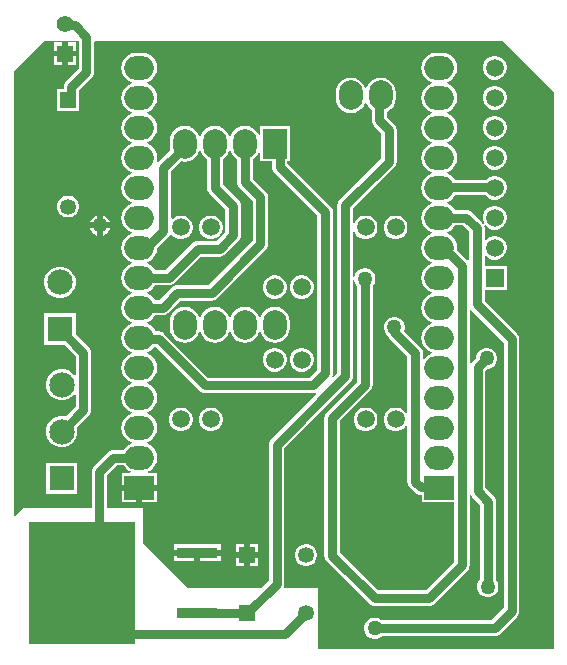
<source format=gbr>
G04*
G04 #@! TF.GenerationSoftware,Altium Limited,Altium Designer,25.4.2 (15)*
G04*
G04 Layer_Physical_Order=1*
G04 Layer_Color=255*
%FSLAX44Y44*%
%MOMM*%
G71*
G04*
G04 #@! TF.SameCoordinates,0D125D48-EFC7-4563-9314-FCFFD8E44349*
G04*
G04*
G04 #@! TF.FilePolarity,Positive*
G04*
G01*
G75*
%ADD14R,9.0000X10.3500*%
%ADD15R,3.5000X0.9500*%
%ADD32C,0.8000*%
%ADD33C,1.5000*%
%ADD34C,1.3500*%
%ADD35R,1.3500X1.3500*%
%ADD36O,2.0000X2.5000*%
%ADD37R,2.0000X2.5000*%
%ADD38R,1.5000X1.5000*%
%ADD39O,2.5000X2.0000*%
%ADD40R,2.5000X2.0000*%
%ADD41C,2.1500*%
%ADD42R,2.1500X2.1500*%
%ADD43C,1.4000*%
%ADD44R,1.4000X1.4000*%
%ADD45R,1.3500X1.3500*%
%ADD46C,1.2700*%
G36*
X159496Y419176D02*
X161507Y416556D01*
X163854Y414755D01*
Y390800D01*
X164079Y389092D01*
X164737Y387502D01*
X165786Y386135D01*
X179404Y372518D01*
Y353232D01*
X171768Y345596D01*
X156000D01*
X154293Y345372D01*
X152702Y344713D01*
X151336Y343664D01*
X128768Y321096D01*
X119745D01*
X117944Y323444D01*
X115324Y325454D01*
X112767Y326513D01*
Y327887D01*
X115324Y328946D01*
X117944Y330956D01*
X119954Y333576D01*
X121217Y336626D01*
X121648Y339900D01*
X121640Y339964D01*
X131414Y349738D01*
X132272Y350856D01*
X133651Y351007D01*
X133716Y350895D01*
X135585Y349026D01*
X137875Y347704D01*
X140428Y347020D01*
X143072D01*
X145625Y347704D01*
X147915Y349026D01*
X149784Y350895D01*
X151106Y353185D01*
X151790Y355738D01*
Y358382D01*
X151106Y360935D01*
X149784Y363225D01*
X147915Y365094D01*
X145625Y366416D01*
X143072Y367100D01*
X140428D01*
X137875Y366416D01*
X135585Y365094D01*
X134616Y364125D01*
X133346Y364651D01*
Y404467D01*
X142117Y413238D01*
X145050Y412852D01*
X148324Y413283D01*
X151374Y414546D01*
X153994Y416556D01*
X156004Y419176D01*
X157063Y421732D01*
X158438D01*
X159496Y419176D01*
D02*
G37*
G36*
X55154Y515193D02*
Y491482D01*
X44336Y480665D01*
X43288Y479298D01*
X42628Y477707D01*
X42404Y476000D01*
Y474040D01*
X36960D01*
Y455460D01*
X55540D01*
Y466360D01*
X55597Y466789D01*
Y473268D01*
X66414Y484086D01*
X67463Y485452D01*
X68122Y487043D01*
X68346Y488750D01*
Y514269D01*
X69245Y515166D01*
X414750Y514500D01*
X457500Y471750D01*
Y0D01*
X258000D01*
Y51500D01*
X229420D01*
X228743Y52770D01*
X229198Y53869D01*
X229422Y55576D01*
Y170344D01*
X285414Y226336D01*
X286463Y227702D01*
X287122Y229293D01*
X287346Y231000D01*
Y312314D01*
X288610Y312330D01*
X289216Y310069D01*
X290386Y308041D01*
X290904Y307524D01*
Y226482D01*
X265086Y200664D01*
X264037Y199298D01*
X263378Y197707D01*
X263154Y196000D01*
Y79150D01*
X263378Y77443D01*
X264037Y75852D01*
X265086Y74486D01*
X301085Y38486D01*
X302452Y37438D01*
X304043Y36779D01*
X305750Y36554D01*
X351738D01*
X353445Y36779D01*
X355036Y37438D01*
X356403Y38486D01*
X384208Y66292D01*
X385257Y67658D01*
X385916Y69249D01*
X386140Y70956D01*
Y129889D01*
X386870Y130210D01*
X387410Y130243D01*
X388342Y129030D01*
X395354Y122018D01*
Y59426D01*
X394386Y58459D01*
X393216Y56431D01*
X392610Y54170D01*
Y51830D01*
X393216Y49569D01*
X394386Y47541D01*
X396041Y45886D01*
X398069Y44716D01*
X400330Y44110D01*
X402670D01*
X404931Y44716D01*
X406959Y45886D01*
X408614Y47541D01*
X409784Y49569D01*
X410390Y51830D01*
Y54170D01*
X409784Y56431D01*
X408614Y58459D01*
X408547Y58526D01*
Y124750D01*
X408322Y126457D01*
X407663Y128048D01*
X406614Y129414D01*
X399602Y136426D01*
Y235728D01*
X401065Y237190D01*
X401796D01*
X404057Y237796D01*
X406085Y238966D01*
X407740Y240621D01*
X408910Y242649D01*
X409516Y244910D01*
Y247250D01*
X408910Y249511D01*
X407740Y251539D01*
X406085Y253194D01*
X404057Y254364D01*
X401796Y254970D01*
X399456D01*
X397195Y254364D01*
X395167Y253194D01*
X393512Y251539D01*
X392342Y249511D01*
X391736Y247250D01*
Y246519D01*
X388342Y243124D01*
X387410Y241911D01*
X386870Y241944D01*
X386140Y242265D01*
Y286925D01*
X387410Y287356D01*
X387580Y287136D01*
X415112Y259604D01*
Y34841D01*
X404618Y24347D01*
X311726D01*
X311208Y24864D01*
X309181Y26034D01*
X306920Y26640D01*
X304580D01*
X302318Y26034D01*
X300291Y24864D01*
X298636Y23209D01*
X297466Y21182D01*
X296860Y18921D01*
Y16580D01*
X297466Y14319D01*
X298636Y12292D01*
X300291Y10637D01*
X302318Y9466D01*
X304580Y8860D01*
X306920D01*
X309181Y9466D01*
X311208Y10637D01*
X311726Y11154D01*
X407350D01*
X409057Y11379D01*
X410648Y12038D01*
X412014Y13086D01*
X426372Y27444D01*
X427421Y28810D01*
X428080Y30401D01*
X428304Y32108D01*
Y262336D01*
X428080Y264043D01*
X427421Y265634D01*
X426372Y267000D01*
X398840Y294532D01*
Y304460D01*
X417540D01*
Y324540D01*
X398840D01*
Y332565D01*
X400110Y333091D01*
X401335Y331866D01*
X403625Y330544D01*
X406178Y329860D01*
X408822D01*
X411375Y330544D01*
X413665Y331866D01*
X415534Y333735D01*
X416856Y336025D01*
X417540Y338578D01*
Y341222D01*
X416856Y343775D01*
X415534Y346065D01*
X413665Y347934D01*
X411375Y349256D01*
X408822Y349940D01*
X406178D01*
X403625Y349256D01*
X401335Y347934D01*
X400110Y346709D01*
X398840Y347235D01*
Y356156D01*
X398616Y357863D01*
X398315Y358588D01*
X399457Y359151D01*
X399466Y359135D01*
X401335Y357266D01*
X403625Y355944D01*
X406178Y355260D01*
X408822D01*
X411375Y355944D01*
X413665Y357266D01*
X415534Y359135D01*
X416856Y361425D01*
X417540Y363978D01*
Y366622D01*
X416856Y369175D01*
X415534Y371465D01*
X413665Y373334D01*
X411375Y374656D01*
X408822Y375340D01*
X406178D01*
X403625Y374656D01*
X401335Y373334D01*
X399466Y371465D01*
X398144Y369175D01*
X397460Y366622D01*
Y363978D01*
X398144Y361425D01*
X398444Y360905D01*
X397386Y360198D01*
X396908Y360820D01*
X387764Y369964D01*
X386398Y371013D01*
X384807Y371672D01*
X383100Y371896D01*
X373745D01*
X371944Y374244D01*
X369324Y376254D01*
X366768Y377313D01*
Y378687D01*
X369324Y379746D01*
X371944Y381756D01*
X373879Y384279D01*
X399723D01*
X401335Y382666D01*
X403625Y381344D01*
X406178Y380660D01*
X408822D01*
X411375Y381344D01*
X413665Y382666D01*
X415534Y384535D01*
X416856Y386825D01*
X417540Y389378D01*
Y392022D01*
X416856Y394575D01*
X415534Y396865D01*
X413665Y398734D01*
X411375Y400056D01*
X408822Y400740D01*
X406178D01*
X403625Y400056D01*
X401335Y398734D01*
X400073Y397471D01*
X373610D01*
X371944Y399644D01*
X369324Y401654D01*
X366768Y402713D01*
Y404087D01*
X369324Y405146D01*
X371944Y407156D01*
X373954Y409776D01*
X375217Y412826D01*
X375648Y416100D01*
X375217Y419374D01*
X373954Y422424D01*
X371944Y425044D01*
X369324Y427054D01*
X366768Y428113D01*
Y429487D01*
X369324Y430546D01*
X371944Y432556D01*
X373954Y435176D01*
X375217Y438226D01*
X375648Y441500D01*
X375217Y444774D01*
X373954Y447824D01*
X371944Y450444D01*
X369324Y452454D01*
X366768Y453513D01*
Y454887D01*
X369324Y455946D01*
X371944Y457956D01*
X373954Y460576D01*
X375217Y463626D01*
X375648Y466900D01*
X375217Y470174D01*
X373954Y473224D01*
X371944Y475844D01*
X369324Y477854D01*
X366768Y478913D01*
Y480287D01*
X369324Y481346D01*
X371944Y483356D01*
X373954Y485976D01*
X375217Y489026D01*
X375648Y492300D01*
X375217Y495574D01*
X373954Y498624D01*
X371944Y501244D01*
X369324Y503254D01*
X366274Y504517D01*
X363000Y504948D01*
X358000D01*
X354726Y504517D01*
X351676Y503254D01*
X349057Y501244D01*
X347046Y498624D01*
X345783Y495574D01*
X345352Y492300D01*
X345783Y489026D01*
X347046Y485976D01*
X349057Y483356D01*
X351676Y481346D01*
X354233Y480287D01*
Y478913D01*
X351676Y477854D01*
X349057Y475844D01*
X347046Y473224D01*
X345783Y470174D01*
X345352Y466900D01*
X345783Y463626D01*
X347046Y460576D01*
X349057Y457956D01*
X351676Y455946D01*
X354233Y454887D01*
Y453513D01*
X351676Y452454D01*
X349057Y450444D01*
X347046Y447824D01*
X345783Y444774D01*
X345352Y441500D01*
X345783Y438226D01*
X347046Y435176D01*
X349057Y432556D01*
X351676Y430546D01*
X354233Y429487D01*
Y428113D01*
X351676Y427054D01*
X349057Y425044D01*
X347046Y422424D01*
X345783Y419374D01*
X345352Y416100D01*
X345783Y412826D01*
X347046Y409776D01*
X349057Y407156D01*
X351676Y405146D01*
X354233Y404087D01*
Y402713D01*
X351676Y401654D01*
X349057Y399644D01*
X347046Y397024D01*
X345783Y393974D01*
X345352Y390700D01*
X345783Y387426D01*
X347046Y384376D01*
X349057Y381756D01*
X351676Y379746D01*
X354233Y378687D01*
Y377313D01*
X351676Y376254D01*
X349057Y374244D01*
X347046Y371624D01*
X345783Y368574D01*
X345352Y365300D01*
X345783Y362026D01*
X347046Y358976D01*
X349057Y356356D01*
X351676Y354346D01*
X354233Y353287D01*
Y351913D01*
X351676Y350854D01*
X349057Y348844D01*
X347046Y346224D01*
X345783Y343174D01*
X345352Y339900D01*
X345783Y336626D01*
X347046Y333576D01*
X349057Y330956D01*
X351676Y328946D01*
X354233Y327887D01*
Y326513D01*
X351676Y325454D01*
X349057Y323444D01*
X347046Y320824D01*
X345783Y317774D01*
X345352Y314500D01*
X345783Y311226D01*
X347046Y308176D01*
X349057Y305556D01*
X351676Y303546D01*
X354233Y302487D01*
Y301113D01*
X351676Y300054D01*
X349057Y298044D01*
X347046Y295424D01*
X345783Y292374D01*
X345352Y289100D01*
X345783Y285826D01*
X347046Y282776D01*
X349057Y280156D01*
X351676Y278146D01*
X354233Y277087D01*
Y275713D01*
X351676Y274654D01*
X349057Y272644D01*
X347046Y270024D01*
X345783Y266974D01*
X345352Y263700D01*
X345783Y260426D01*
X347046Y257376D01*
X349057Y254756D01*
X351676Y252746D01*
X354233Y251687D01*
Y250313D01*
X351676Y249254D01*
X349057Y247244D01*
X347866Y245693D01*
X346596Y246124D01*
Y250694D01*
X346372Y252401D01*
X345713Y253992D01*
X344664Y255358D01*
X330820Y269203D01*
X331390Y271330D01*
Y273670D01*
X330784Y275931D01*
X329614Y277959D01*
X327959Y279614D01*
X325931Y280784D01*
X323670Y281390D01*
X321330D01*
X319069Y280784D01*
X317041Y279614D01*
X315386Y277959D01*
X314216Y275931D01*
X313610Y273670D01*
Y271330D01*
X314216Y269069D01*
X315386Y267041D01*
X316261Y266167D01*
X316787Y264896D01*
X317836Y263530D01*
X333404Y247962D01*
Y199967D01*
X332134Y199626D01*
X331534Y200665D01*
X329665Y202534D01*
X327375Y203856D01*
X324822Y204540D01*
X322178D01*
X319625Y203856D01*
X317335Y202534D01*
X315466Y200665D01*
X314144Y198375D01*
X313460Y195822D01*
Y193178D01*
X314144Y190625D01*
X315466Y188335D01*
X317335Y186466D01*
X319625Y185144D01*
X322178Y184460D01*
X324822D01*
X327375Y185144D01*
X329665Y186466D01*
X331534Y188335D01*
X332134Y189374D01*
X333404Y189034D01*
Y141750D01*
X333628Y140043D01*
X334287Y138452D01*
X335336Y137086D01*
X340086Y132336D01*
X341452Y131287D01*
X343043Y130628D01*
X344750Y130404D01*
X345460D01*
Y124160D01*
X372948D01*
Y73689D01*
X349006Y49747D01*
X308482D01*
X276346Y81882D01*
Y193268D01*
X302164Y219086D01*
X303213Y220452D01*
X303872Y222043D01*
X304096Y223750D01*
Y307524D01*
X304614Y308041D01*
X305784Y310069D01*
X306390Y312330D01*
Y314670D01*
X305784Y316931D01*
X304614Y318959D01*
X302959Y320614D01*
X300931Y321784D01*
X298670Y322390D01*
X296330D01*
X294069Y321784D01*
X292041Y320614D01*
X290386Y318959D01*
X289216Y316931D01*
X288610Y314670D01*
X287346Y314686D01*
Y353494D01*
X288616Y353661D01*
X288744Y353185D01*
X290066Y350895D01*
X291935Y349026D01*
X294225Y347704D01*
X296778Y347020D01*
X299422D01*
X301975Y347704D01*
X304265Y349026D01*
X306134Y350895D01*
X307456Y353185D01*
X308140Y355738D01*
Y358382D01*
X307456Y360935D01*
X306134Y363225D01*
X304265Y365094D01*
X301975Y366416D01*
X299422Y367100D01*
X296778D01*
X294225Y366416D01*
X291935Y365094D01*
X290066Y363225D01*
X288744Y360935D01*
X288616Y360458D01*
X287346Y360626D01*
Y373018D01*
X322514Y408186D01*
X323563Y409552D01*
X324222Y411143D01*
X324446Y412850D01*
Y439614D01*
X324222Y441321D01*
X323563Y442912D01*
X322514Y444278D01*
X316446Y450346D01*
Y455045D01*
X317174Y455346D01*
X319794Y457356D01*
X321804Y459976D01*
X323067Y463026D01*
X323498Y466300D01*
Y471300D01*
X323067Y474574D01*
X321804Y477624D01*
X319794Y480244D01*
X317174Y482254D01*
X314124Y483517D01*
X310850Y483948D01*
X307576Y483517D01*
X304526Y482254D01*
X301906Y480244D01*
X299896Y477624D01*
X298837Y475067D01*
X297463D01*
X296404Y477624D01*
X294394Y480244D01*
X291774Y482254D01*
X288724Y483517D01*
X285450Y483948D01*
X282176Y483517D01*
X279126Y482254D01*
X276506Y480244D01*
X274496Y477624D01*
X273233Y474574D01*
X272802Y471300D01*
Y466300D01*
X273233Y463026D01*
X274496Y459976D01*
X276506Y457356D01*
X279126Y455346D01*
X282176Y454083D01*
X285450Y453652D01*
X288724Y454083D01*
X291774Y455346D01*
X294394Y457356D01*
X296404Y459976D01*
X297463Y462533D01*
X298837D01*
X299896Y459976D01*
X301906Y457356D01*
X303254Y456323D01*
Y447614D01*
X303478Y445906D01*
X304137Y444315D01*
X305186Y442949D01*
X311254Y436881D01*
Y415582D01*
X276086Y380414D01*
X275037Y379048D01*
X274378Y377457D01*
X274154Y375750D01*
Y233732D01*
X270812Y230391D01*
X269735Y231110D01*
X270122Y232043D01*
X270346Y233750D01*
Y370000D01*
X270122Y371707D01*
X269463Y373298D01*
X268414Y374664D01*
X231832Y411247D01*
Y412960D01*
X233790D01*
Y443040D01*
X208710D01*
Y435540D01*
X207440Y435288D01*
X206804Y436824D01*
X204794Y439444D01*
X202174Y441454D01*
X199124Y442717D01*
X195850Y443148D01*
X192577Y442717D01*
X189526Y441454D01*
X186907Y439444D01*
X184897Y436824D01*
X183838Y434267D01*
X182463D01*
X181404Y436824D01*
X179394Y439444D01*
X176774Y441454D01*
X173724Y442717D01*
X170450Y443148D01*
X167177Y442717D01*
X164126Y441454D01*
X161507Y439444D01*
X159496Y436824D01*
X158438Y434267D01*
X157063D01*
X156004Y436824D01*
X153994Y439444D01*
X151374Y441454D01*
X148324Y442717D01*
X145050Y443148D01*
X141777Y442717D01*
X138726Y441454D01*
X136107Y439444D01*
X134096Y436824D01*
X132833Y433773D01*
X132402Y430500D01*
Y425500D01*
X132788Y422567D01*
X122270Y412048D01*
X121193Y412767D01*
X121217Y412826D01*
X121648Y416100D01*
X121217Y419374D01*
X119954Y422424D01*
X117944Y425044D01*
X115324Y427054D01*
X112767Y428113D01*
Y429487D01*
X115324Y430546D01*
X117944Y432556D01*
X119954Y435176D01*
X121217Y438226D01*
X121648Y441500D01*
X121217Y444774D01*
X119954Y447824D01*
X117944Y450444D01*
X115324Y452454D01*
X112767Y453513D01*
Y454887D01*
X115324Y455946D01*
X117944Y457956D01*
X119954Y460576D01*
X121217Y463626D01*
X121648Y466900D01*
X121217Y470174D01*
X119954Y473224D01*
X117944Y475844D01*
X115324Y477854D01*
X112767Y478913D01*
Y480287D01*
X115324Y481346D01*
X117944Y483356D01*
X119954Y485976D01*
X121217Y489026D01*
X121648Y492300D01*
X121217Y495574D01*
X119954Y498624D01*
X117944Y501244D01*
X115324Y503254D01*
X112274Y504517D01*
X109000Y504948D01*
X104000D01*
X100726Y504517D01*
X97676Y503254D01*
X95056Y501244D01*
X93046Y498624D01*
X91783Y495574D01*
X91352Y492300D01*
X91783Y489026D01*
X93046Y485976D01*
X95056Y483356D01*
X97676Y481346D01*
X100233Y480287D01*
Y478913D01*
X97676Y477854D01*
X95056Y475844D01*
X93046Y473224D01*
X91783Y470174D01*
X91352Y466900D01*
X91783Y463626D01*
X93046Y460576D01*
X95056Y457956D01*
X97676Y455946D01*
X100233Y454887D01*
Y453513D01*
X97676Y452454D01*
X95056Y450444D01*
X93046Y447824D01*
X91783Y444774D01*
X91352Y441500D01*
X91783Y438226D01*
X93046Y435176D01*
X95056Y432556D01*
X97676Y430546D01*
X100233Y429487D01*
Y428113D01*
X97676Y427054D01*
X95056Y425044D01*
X93046Y422424D01*
X91783Y419374D01*
X91352Y416100D01*
X91783Y412826D01*
X93046Y409776D01*
X95056Y407156D01*
X97676Y405146D01*
X100233Y404087D01*
Y402713D01*
X97676Y401654D01*
X95056Y399644D01*
X93046Y397024D01*
X91783Y393974D01*
X91352Y390700D01*
X91783Y387426D01*
X93046Y384376D01*
X95056Y381756D01*
X97676Y379746D01*
X100233Y378687D01*
Y377313D01*
X97676Y376254D01*
X95056Y374244D01*
X93046Y371624D01*
X91783Y368574D01*
X91352Y365300D01*
X91783Y362026D01*
X93046Y358976D01*
X95056Y356356D01*
X97676Y354346D01*
X100233Y353287D01*
Y351913D01*
X97676Y350854D01*
X95056Y348844D01*
X93046Y346224D01*
X91783Y343174D01*
X91352Y339900D01*
X91783Y336626D01*
X93046Y333576D01*
X95056Y330956D01*
X97676Y328946D01*
X100233Y327887D01*
Y326513D01*
X97676Y325454D01*
X95056Y323444D01*
X93046Y320824D01*
X91783Y317774D01*
X91352Y314500D01*
X91783Y311226D01*
X93046Y308176D01*
X95056Y305556D01*
X97676Y303546D01*
X100233Y302487D01*
Y301113D01*
X97676Y300054D01*
X95056Y298044D01*
X93046Y295424D01*
X91783Y292374D01*
X91352Y289100D01*
X91783Y285826D01*
X93046Y282776D01*
X95056Y280156D01*
X97676Y278146D01*
X100233Y277087D01*
Y275713D01*
X97676Y274654D01*
X95056Y272644D01*
X93046Y270024D01*
X91783Y266974D01*
X91352Y263700D01*
X91783Y260426D01*
X93046Y257376D01*
X95056Y254756D01*
X97676Y252746D01*
X100233Y251687D01*
Y250313D01*
X97676Y249254D01*
X95056Y247244D01*
X93046Y244624D01*
X91783Y241574D01*
X91352Y238300D01*
X91783Y235026D01*
X93046Y231976D01*
X95056Y229356D01*
X97676Y227346D01*
X100233Y226287D01*
Y224913D01*
X97676Y223854D01*
X95056Y221844D01*
X93046Y219224D01*
X91783Y216174D01*
X91352Y212900D01*
X91783Y209626D01*
X93046Y206576D01*
X95056Y203956D01*
X97676Y201946D01*
X100233Y200887D01*
Y199513D01*
X97676Y198454D01*
X95056Y196444D01*
X93046Y193824D01*
X91783Y190774D01*
X91352Y187500D01*
X91783Y184226D01*
X93046Y181176D01*
X95056Y178556D01*
X97676Y176546D01*
X100233Y175487D01*
Y174113D01*
X97676Y173054D01*
X95056Y171044D01*
X93255Y168696D01*
X84600D01*
X82893Y168472D01*
X81302Y167813D01*
X79936Y166764D01*
X68086Y154914D01*
X67037Y153548D01*
X66378Y151957D01*
X66154Y150250D01*
Y119500D01*
X8250D01*
X1427Y112677D01*
X253Y113162D01*
X0Y489500D01*
X25750Y515250D01*
X55154Y515193D01*
D02*
G37*
G36*
X385648Y353424D02*
Y329625D01*
X384378Y329194D01*
X384208Y329414D01*
X375424Y338199D01*
X375648Y339900D01*
X375217Y343174D01*
X373954Y346224D01*
X371944Y348844D01*
X369324Y350854D01*
X366768Y351913D01*
Y353287D01*
X369324Y354346D01*
X371944Y356356D01*
X373745Y358703D01*
X380368D01*
X385648Y353424D01*
D02*
G37*
G36*
X184897Y419176D02*
X186907Y416556D01*
X189254Y414755D01*
Y395650D01*
X189478Y393942D01*
X190138Y392352D01*
X191186Y390985D01*
X202404Y379768D01*
Y345782D01*
X164924Y308302D01*
X138752D01*
X137045Y308078D01*
X135454Y307419D01*
X134088Y306370D01*
X123414Y295696D01*
X119745D01*
X117944Y298044D01*
X115324Y300054D01*
X112767Y301113D01*
Y302487D01*
X115324Y303546D01*
X117944Y305556D01*
X119745Y307903D01*
X131500D01*
X133207Y308128D01*
X134798Y308787D01*
X136164Y309836D01*
X158732Y332404D01*
X174500D01*
X176207Y332628D01*
X177798Y333287D01*
X179164Y334336D01*
X190664Y345836D01*
X191713Y347202D01*
X192372Y348793D01*
X192596Y350500D01*
Y375250D01*
X192372Y376957D01*
X191713Y378548D01*
X190664Y379914D01*
X177047Y393532D01*
Y414755D01*
X179394Y416556D01*
X181404Y419176D01*
X182463Y421732D01*
X183838D01*
X184897Y419176D01*
D02*
G37*
G36*
X208710Y420459D02*
Y412960D01*
X218639D01*
Y408515D01*
X218864Y406807D01*
X219523Y405216D01*
X220571Y403850D01*
X257154Y367268D01*
Y236482D01*
X250518Y229846D01*
X164982D01*
X127621Y267208D01*
X126255Y268256D01*
X124664Y268915D01*
X122956Y269140D01*
X120320D01*
X119954Y270024D01*
X117944Y272644D01*
X115324Y274654D01*
X112767Y275713D01*
Y277087D01*
X115324Y278146D01*
X117944Y280156D01*
X119745Y282504D01*
X126146D01*
X127853Y282728D01*
X129444Y283387D01*
X130810Y284436D01*
X141484Y295110D01*
X167656D01*
X169363Y295334D01*
X170954Y295993D01*
X172321Y297042D01*
X213664Y338385D01*
X214713Y339752D01*
X215372Y341343D01*
X215596Y343050D01*
Y382500D01*
X215372Y384207D01*
X214713Y385798D01*
X213664Y387164D01*
X202447Y398382D01*
Y414755D01*
X204794Y416556D01*
X206804Y419176D01*
X207440Y420712D01*
X208710Y420459D01*
D02*
G37*
G36*
X157586Y218586D02*
X158952Y217537D01*
X160543Y216878D01*
X162250Y216654D01*
X253250D01*
X254957Y216878D01*
X255890Y217265D01*
X256609Y216188D01*
X218162Y177740D01*
X217113Y176374D01*
X216454Y174783D01*
X216230Y173076D01*
Y58308D01*
X209421Y51500D01*
X147250D01*
X109250Y89500D01*
Y119500D01*
X79346D01*
Y147518D01*
X87332Y155504D01*
X93255D01*
X95056Y153156D01*
X97676Y151146D01*
X99212Y150510D01*
X98960Y149240D01*
X91460D01*
Y139200D01*
X121540D01*
Y149240D01*
X114041D01*
X113788Y150510D01*
X115324Y151146D01*
X117944Y153156D01*
X119954Y155776D01*
X121217Y158826D01*
X121648Y162100D01*
X121217Y165374D01*
X119954Y168424D01*
X117944Y171044D01*
X115324Y173054D01*
X112767Y174113D01*
Y175487D01*
X115324Y176546D01*
X117944Y178556D01*
X119954Y181176D01*
X121217Y184226D01*
X121648Y187500D01*
X121217Y190774D01*
X119954Y193824D01*
X117944Y196444D01*
X115324Y198454D01*
X112767Y199513D01*
Y200887D01*
X115324Y201946D01*
X117944Y203956D01*
X119954Y206576D01*
X121217Y209626D01*
X121648Y212900D01*
X121217Y216174D01*
X119954Y219224D01*
X117944Y221844D01*
X115324Y223854D01*
X112767Y224913D01*
Y226287D01*
X115324Y227346D01*
X117944Y229356D01*
X119954Y231976D01*
X121217Y235026D01*
X121648Y238300D01*
X121217Y241574D01*
X119954Y244624D01*
X117944Y247244D01*
X115324Y249254D01*
X112767Y250313D01*
Y251687D01*
X115324Y252746D01*
X117944Y254756D01*
X118857Y255947D01*
X120224D01*
X157586Y218586D01*
D02*
G37*
%LPC*%
G36*
X168472Y367100D02*
X165828D01*
X163275Y366416D01*
X160985Y365094D01*
X159116Y363225D01*
X157794Y360935D01*
X157110Y358382D01*
Y355738D01*
X157794Y353185D01*
X159116Y350895D01*
X160985Y349026D01*
X163275Y347704D01*
X165828Y347020D01*
X168472D01*
X171025Y347704D01*
X173315Y349026D01*
X175184Y350895D01*
X176506Y353185D01*
X177190Y355738D01*
Y358382D01*
X176506Y360935D01*
X175184Y363225D01*
X173315Y365094D01*
X171025Y366416D01*
X168472Y367100D01*
D02*
G37*
G36*
X53290Y513840D02*
X46250D01*
Y506800D01*
X53290D01*
Y513840D01*
D02*
G37*
G36*
X41250D02*
X34210D01*
Y506800D01*
X41250D01*
Y513840D01*
D02*
G37*
G36*
X53290Y501800D02*
X46250D01*
Y494760D01*
X53290D01*
Y501800D01*
D02*
G37*
G36*
X41250D02*
X34210D01*
Y494760D01*
X41250D01*
Y501800D01*
D02*
G37*
G36*
X408822Y502340D02*
X406178D01*
X403625Y501656D01*
X401335Y500334D01*
X399466Y498465D01*
X398144Y496175D01*
X397460Y493622D01*
Y490978D01*
X398144Y488425D01*
X399466Y486135D01*
X401335Y484266D01*
X403625Y482944D01*
X406178Y482260D01*
X408822D01*
X411375Y482944D01*
X413665Y484266D01*
X415534Y486135D01*
X416856Y488425D01*
X417540Y490978D01*
Y493622D01*
X416856Y496175D01*
X415534Y498465D01*
X413665Y500334D01*
X411375Y501656D01*
X408822Y502340D01*
D02*
G37*
G36*
Y476940D02*
X406178D01*
X403625Y476256D01*
X401335Y474934D01*
X399466Y473065D01*
X398144Y470775D01*
X397460Y468222D01*
Y465578D01*
X398144Y463025D01*
X399466Y460735D01*
X401335Y458866D01*
X403625Y457544D01*
X406178Y456860D01*
X408822D01*
X411375Y457544D01*
X413665Y458866D01*
X415534Y460735D01*
X416856Y463025D01*
X417540Y465578D01*
Y468222D01*
X416856Y470775D01*
X415534Y473065D01*
X413665Y474934D01*
X411375Y476256D01*
X408822Y476940D01*
D02*
G37*
G36*
Y451540D02*
X406178D01*
X403625Y450856D01*
X401335Y449534D01*
X399466Y447665D01*
X398144Y445375D01*
X397460Y442822D01*
Y440178D01*
X398144Y437625D01*
X399466Y435335D01*
X401335Y433466D01*
X403625Y432144D01*
X406178Y431460D01*
X408822D01*
X411375Y432144D01*
X413665Y433466D01*
X415534Y435335D01*
X416856Y437625D01*
X417540Y440178D01*
Y442822D01*
X416856Y445375D01*
X415534Y447665D01*
X413665Y449534D01*
X411375Y450856D01*
X408822Y451540D01*
D02*
G37*
G36*
Y426140D02*
X406178D01*
X403625Y425456D01*
X401335Y424134D01*
X399466Y422265D01*
X398144Y419975D01*
X397460Y417422D01*
Y414778D01*
X398144Y412225D01*
X399466Y409935D01*
X401335Y408066D01*
X403625Y406744D01*
X406178Y406060D01*
X408822D01*
X411375Y406744D01*
X413665Y408066D01*
X415534Y409935D01*
X416856Y412225D01*
X417540Y414778D01*
Y417422D01*
X416856Y419975D01*
X415534Y422265D01*
X413665Y424134D01*
X411375Y425456D01*
X408822Y426140D01*
D02*
G37*
G36*
X47473Y384040D02*
X45027D01*
X42664Y383407D01*
X40546Y382184D01*
X38816Y380454D01*
X37593Y378336D01*
X36960Y375973D01*
Y373527D01*
X37593Y371164D01*
X38816Y369046D01*
X40546Y367316D01*
X42664Y366093D01*
X45027Y365460D01*
X47473D01*
X49836Y366093D01*
X51954Y367316D01*
X53684Y369046D01*
X54907Y371164D01*
X55540Y373527D01*
Y375973D01*
X54907Y378336D01*
X53684Y380454D01*
X51954Y382184D01*
X49836Y383407D01*
X47473Y384040D01*
D02*
G37*
G36*
X75750Y367284D02*
Y361250D01*
X81784D01*
X81534Y362181D01*
X80364Y364209D01*
X78709Y365864D01*
X76681Y367034D01*
X75750Y367284D01*
D02*
G37*
G36*
X70750D02*
X69819Y367034D01*
X67791Y365864D01*
X66136Y364209D01*
X64966Y362181D01*
X64716Y361250D01*
X70750D01*
Y367284D01*
D02*
G37*
G36*
X81784Y356250D02*
X75750D01*
Y350216D01*
X76681Y350466D01*
X78709Y351636D01*
X80364Y353291D01*
X81534Y355319D01*
X81784Y356250D01*
D02*
G37*
G36*
X70750D02*
X64716D01*
X64966Y355319D01*
X66136Y353291D01*
X67791Y351636D01*
X69819Y350466D01*
X70750Y350216D01*
Y356250D01*
D02*
G37*
G36*
X324822Y367100D02*
X322178D01*
X319625Y366416D01*
X317335Y365094D01*
X315466Y363225D01*
X314144Y360935D01*
X313460Y358382D01*
Y355738D01*
X314144Y353185D01*
X315466Y350895D01*
X317335Y349026D01*
X319625Y347704D01*
X322178Y347020D01*
X324822D01*
X327375Y347704D01*
X329665Y349026D01*
X331534Y350895D01*
X332856Y353185D01*
X333540Y355738D01*
Y358382D01*
X332856Y360935D01*
X331534Y363225D01*
X329665Y365094D01*
X327375Y366416D01*
X324822Y367100D01*
D02*
G37*
G36*
X41000Y323790D02*
X37500D01*
X34120Y322884D01*
X31090Y321135D01*
X28615Y318660D01*
X26866Y315630D01*
X25960Y312250D01*
Y308750D01*
X26866Y305370D01*
X28615Y302340D01*
X31090Y299865D01*
X34120Y298116D01*
X37500Y297210D01*
X41000D01*
X44380Y298116D01*
X47410Y299865D01*
X49885Y302340D01*
X51634Y305370D01*
X52540Y308750D01*
Y312250D01*
X51634Y315630D01*
X49885Y318660D01*
X47410Y321135D01*
X44380Y322884D01*
X41000Y323790D01*
D02*
G37*
G36*
X52540Y284190D02*
X25960D01*
Y257610D01*
X43211D01*
X52654Y248168D01*
Y232266D01*
X51705Y232012D01*
X51384Y232011D01*
X48910Y234485D01*
X45880Y236234D01*
X42500Y237140D01*
X39000D01*
X35620Y236234D01*
X32590Y234485D01*
X30115Y232010D01*
X28366Y228980D01*
X27460Y225600D01*
Y222100D01*
X28366Y218720D01*
X30115Y215690D01*
X32590Y213215D01*
X35620Y211466D01*
X39000Y210560D01*
X42500D01*
X45880Y211466D01*
X48910Y213215D01*
X51384Y215688D01*
X51705Y215688D01*
X52654Y215434D01*
Y205482D01*
X44244Y197072D01*
X42500Y197540D01*
X39000D01*
X35620Y196634D01*
X32590Y194884D01*
X30115Y192410D01*
X28366Y189380D01*
X27460Y186000D01*
Y182500D01*
X28366Y179120D01*
X30115Y176089D01*
X32590Y173615D01*
X35620Y171866D01*
X39000Y170960D01*
X42500D01*
X45880Y171866D01*
X48910Y173615D01*
X51385Y176089D01*
X53134Y179120D01*
X54040Y182500D01*
Y186000D01*
X53573Y187744D01*
X63914Y198085D01*
X64963Y199451D01*
X65622Y201042D01*
X65846Y202750D01*
Y250900D01*
X65622Y252607D01*
X64963Y254198D01*
X63914Y255564D01*
X52540Y266939D01*
Y284190D01*
D02*
G37*
G36*
X299422Y204540D02*
X296778D01*
X294225Y203856D01*
X291935Y202534D01*
X290066Y200665D01*
X288744Y198375D01*
X288060Y195822D01*
Y193178D01*
X288744Y190625D01*
X290066Y188335D01*
X291935Y186466D01*
X294225Y185144D01*
X296778Y184460D01*
X299422D01*
X301975Y185144D01*
X304265Y186466D01*
X306134Y188335D01*
X307456Y190625D01*
X308140Y193178D01*
Y195822D01*
X307456Y198375D01*
X306134Y200665D01*
X304265Y202534D01*
X301975Y203856D01*
X299422Y204540D01*
D02*
G37*
G36*
X54040Y157940D02*
X27460D01*
Y131360D01*
X54040D01*
Y157940D01*
D02*
G37*
G36*
X248973Y89040D02*
X246527D01*
X244164Y88407D01*
X242046Y87184D01*
X240316Y85454D01*
X239093Y83336D01*
X238460Y80973D01*
Y78527D01*
X239093Y76164D01*
X240316Y74046D01*
X242046Y72316D01*
X244164Y71093D01*
X246527Y70460D01*
X248973D01*
X251336Y71093D01*
X253454Y72316D01*
X255184Y74046D01*
X256407Y76164D01*
X257040Y78527D01*
Y80973D01*
X256407Y83336D01*
X255184Y85454D01*
X253454Y87184D01*
X251336Y88407D01*
X248973Y89040D01*
D02*
G37*
G36*
X245322Y316594D02*
X242678D01*
X240125Y315910D01*
X237835Y314588D01*
X235966Y312719D01*
X234644Y310429D01*
X233960Y307876D01*
Y305232D01*
X234644Y302679D01*
X235966Y300389D01*
X237835Y298520D01*
X240125Y297198D01*
X242678Y296514D01*
X245322D01*
X247875Y297198D01*
X250165Y298520D01*
X252034Y300389D01*
X253356Y302679D01*
X254040Y305232D01*
Y307876D01*
X253356Y310429D01*
X252034Y312719D01*
X250165Y314588D01*
X247875Y315910D01*
X245322Y316594D01*
D02*
G37*
G36*
X222572D02*
X219928D01*
X217375Y315910D01*
X215085Y314588D01*
X213216Y312719D01*
X211894Y310429D01*
X211210Y307876D01*
Y305232D01*
X211894Y302679D01*
X213216Y300389D01*
X215085Y298520D01*
X217375Y297198D01*
X219928Y296514D01*
X222572D01*
X225125Y297198D01*
X227415Y298520D01*
X229284Y300389D01*
X230606Y302679D01*
X231290Y305232D01*
Y307876D01*
X230606Y310429D01*
X229284Y312719D01*
X227415Y314588D01*
X225125Y315910D01*
X222572Y316594D01*
D02*
G37*
G36*
X221250Y289748D02*
X217977Y289317D01*
X214926Y288054D01*
X212306Y286044D01*
X210296Y283424D01*
X209237Y280868D01*
X207863D01*
X206804Y283424D01*
X204794Y286044D01*
X202174Y288054D01*
X199124Y289317D01*
X195850Y289748D01*
X192577Y289317D01*
X189526Y288054D01*
X186907Y286044D01*
X184897Y283424D01*
X183838Y280868D01*
X182463D01*
X181404Y283424D01*
X179394Y286044D01*
X176774Y288054D01*
X173724Y289317D01*
X170450Y289748D01*
X167177Y289317D01*
X164126Y288054D01*
X161507Y286044D01*
X159496Y283424D01*
X158438Y280868D01*
X157063D01*
X156004Y283424D01*
X153994Y286044D01*
X151374Y288054D01*
X148324Y289317D01*
X145050Y289748D01*
X141777Y289317D01*
X138726Y288054D01*
X136107Y286044D01*
X134096Y283424D01*
X132833Y280374D01*
X132402Y277100D01*
Y272100D01*
X132833Y268827D01*
X134096Y265776D01*
X136107Y263157D01*
X138726Y261147D01*
X141777Y259883D01*
X145050Y259452D01*
X148324Y259883D01*
X151374Y261147D01*
X153994Y263157D01*
X156004Y265776D01*
X157063Y268333D01*
X158438D01*
X159496Y265776D01*
X161507Y263157D01*
X164126Y261147D01*
X167177Y259883D01*
X170450Y259452D01*
X173724Y259883D01*
X176774Y261147D01*
X179394Y263157D01*
X181404Y265776D01*
X182463Y268333D01*
X183838D01*
X184897Y265776D01*
X186907Y263157D01*
X189526Y261147D01*
X192577Y259883D01*
X195850Y259452D01*
X199124Y259883D01*
X202174Y261147D01*
X204794Y263157D01*
X206804Y265776D01*
X207863Y268333D01*
X209237D01*
X210296Y265776D01*
X212306Y263157D01*
X214926Y261147D01*
X217977Y259883D01*
X221250Y259452D01*
X224524Y259883D01*
X227574Y261147D01*
X230194Y263157D01*
X232204Y265776D01*
X233467Y268827D01*
X233898Y272100D01*
Y277100D01*
X233467Y280374D01*
X232204Y283424D01*
X230194Y286044D01*
X227574Y288054D01*
X224524Y289317D01*
X221250Y289748D01*
D02*
G37*
G36*
X245322Y255040D02*
X242678D01*
X240125Y254356D01*
X237835Y253034D01*
X235966Y251165D01*
X234644Y248875D01*
X233960Y246322D01*
Y243678D01*
X234644Y241125D01*
X235966Y238835D01*
X237835Y236966D01*
X240125Y235644D01*
X242678Y234960D01*
X245322D01*
X247875Y235644D01*
X250165Y236966D01*
X252034Y238835D01*
X253356Y241125D01*
X254040Y243678D01*
Y246322D01*
X253356Y248875D01*
X252034Y251165D01*
X250165Y253034D01*
X247875Y254356D01*
X245322Y255040D01*
D02*
G37*
G36*
X222572D02*
X219928D01*
X217375Y254356D01*
X215085Y253034D01*
X213216Y251165D01*
X211894Y248875D01*
X211210Y246322D01*
Y243678D01*
X211894Y241125D01*
X213216Y238835D01*
X215085Y236966D01*
X217375Y235644D01*
X219928Y234960D01*
X222572D01*
X225125Y235644D01*
X227415Y236966D01*
X229284Y238835D01*
X230606Y241125D01*
X231290Y243678D01*
Y246322D01*
X230606Y248875D01*
X229284Y251165D01*
X227415Y253034D01*
X225125Y254356D01*
X222572Y255040D01*
D02*
G37*
G36*
X168472Y204540D02*
X165828D01*
X163275Y203856D01*
X160985Y202534D01*
X159116Y200665D01*
X157794Y198375D01*
X157110Y195822D01*
Y193178D01*
X157794Y190625D01*
X159116Y188335D01*
X160985Y186466D01*
X163275Y185144D01*
X165828Y184460D01*
X168472D01*
X171025Y185144D01*
X173315Y186466D01*
X175184Y188335D01*
X176506Y190625D01*
X177190Y193178D01*
Y195822D01*
X176506Y198375D01*
X175184Y200665D01*
X173315Y202534D01*
X171025Y203856D01*
X168472Y204540D01*
D02*
G37*
G36*
X143072D02*
X140428D01*
X137875Y203856D01*
X135585Y202534D01*
X133716Y200665D01*
X132394Y198375D01*
X131710Y195822D01*
Y193178D01*
X132394Y190625D01*
X133716Y188335D01*
X135585Y186466D01*
X137875Y185144D01*
X140428Y184460D01*
X143072D01*
X145625Y185144D01*
X147915Y186466D01*
X149784Y188335D01*
X151106Y190625D01*
X151790Y193178D01*
Y195822D01*
X151106Y198375D01*
X149784Y200665D01*
X147915Y202534D01*
X145625Y203856D01*
X143072Y204540D01*
D02*
G37*
G36*
X121540Y134200D02*
X109000D01*
Y124160D01*
X121540D01*
Y134200D01*
D02*
G37*
G36*
X104000D02*
X91460D01*
Y124160D01*
X104000D01*
Y134200D01*
D02*
G37*
G36*
X155226Y88995D02*
X154728Y88940D01*
X135460D01*
Y84150D01*
X155500D01*
X175540D01*
Y88940D01*
X155585D01*
X155226Y88995D01*
D02*
G37*
G36*
X207040Y89040D02*
X200250D01*
Y82250D01*
X207040D01*
Y89040D01*
D02*
G37*
G36*
X195250D02*
X188460D01*
Y82250D01*
X195250D01*
Y89040D01*
D02*
G37*
G36*
X175540Y79150D02*
X158000D01*
Y74360D01*
X175540D01*
Y79150D01*
D02*
G37*
G36*
X153000D02*
X135460D01*
Y74360D01*
X153000D01*
Y79150D01*
D02*
G37*
G36*
X207040Y77250D02*
X200250D01*
Y70460D01*
X207040D01*
Y77250D01*
D02*
G37*
G36*
X195250D02*
X188460D01*
Y70460D01*
X195250D01*
Y77250D01*
D02*
G37*
%LPD*%
D14*
X58000Y56250D02*
D03*
D15*
X155500Y81650D02*
D03*
Y30850D02*
D03*
D32*
X364394Y339900D02*
X379544Y324750D01*
Y70956D02*
Y324750D01*
X360500Y339900D02*
X364394D01*
X360200Y137000D02*
X360500Y136700D01*
X344750Y137000D02*
X360200D01*
X340000Y141750D02*
Y250694D01*
Y141750D02*
X344750Y137000D01*
X354500Y142700D02*
X360500Y136700D01*
X322500Y268194D02*
X340000Y250694D01*
X225235Y408515D02*
X263750Y370000D01*
X221250Y428000D02*
X225235Y424015D01*
Y408515D02*
Y424015D01*
X195850Y395650D02*
Y428000D01*
Y395650D02*
X209000Y382500D01*
X309850Y447614D02*
Y472800D01*
X280750Y375750D02*
X317850Y412850D01*
Y439614D01*
X309850Y447614D02*
X317850Y439614D01*
X360500Y390700D02*
X360675Y390875D01*
X407325D01*
X407500Y391050D01*
X162250Y223250D02*
X253250D01*
X263750Y233750D02*
Y370000D01*
X253250Y223250D02*
X263750Y233750D01*
X222826Y55576D02*
Y173076D01*
X280750Y231000D02*
Y375750D01*
X222826Y173076D02*
X280750Y231000D01*
X126750Y407200D02*
X145050Y425500D01*
X126750Y354403D02*
Y407200D01*
X112247Y339900D02*
X126750Y354403D01*
X145050Y425500D02*
Y428000D01*
X106500Y339900D02*
X112247D01*
X170450Y390800D02*
Y428000D01*
Y390800D02*
X186000Y375250D01*
Y350500D02*
Y375250D01*
X174500Y339000D02*
X186000Y350500D01*
X156000Y339000D02*
X174500D01*
X131500Y314500D02*
X156000Y339000D01*
X106500Y314500D02*
X131500D01*
X269750Y79150D02*
Y196000D01*
X297500Y223750D01*
Y313500D01*
X209000Y343050D02*
Y382500D01*
X167656Y301706D02*
X209000Y343050D01*
X84600Y162100D02*
X106500D01*
X72750Y71000D02*
Y150250D01*
X84600Y162100D01*
X58000Y56250D02*
X72750Y71000D01*
X106500Y263700D02*
X107656Y262544D01*
X122956D02*
X162250Y223250D01*
X107656Y262544D02*
X122956D01*
X58000Y53750D02*
Y56250D01*
X43750Y529701D02*
X44898Y528553D01*
X51735D02*
X61750Y518538D01*
X49000Y466789D02*
Y476000D01*
X61750Y488750D02*
Y518538D01*
X46250Y464039D02*
X49000Y466789D01*
Y476000D02*
X61750Y488750D01*
X44898Y528553D02*
X51735D01*
X104000Y314500D02*
X106500D01*
Y339900D02*
X108380Y338020D01*
X269750Y79150D02*
X305750Y43150D01*
X322500Y268194D02*
Y272500D01*
X401500Y53000D02*
X401950Y53450D01*
Y124750D01*
X393006Y133694D02*
X401950Y124750D01*
X305750Y43150D02*
X351738D01*
X379544Y70956D01*
X305750Y17750D02*
X407350D01*
X197750Y30500D02*
X222826Y55576D01*
X230000Y12750D02*
X247750Y30500D01*
X99000Y12750D02*
X230000D01*
X155500Y30850D02*
X176344D01*
X176694Y30500D01*
X197750D01*
X155088Y82400D02*
X155500Y81650D01*
X58000Y53750D02*
X99000Y12750D01*
X39250Y270900D02*
X59250Y250900D01*
Y202750D02*
Y250900D01*
X40750Y184250D02*
X59250Y202750D01*
X138752Y301706D02*
X167656D01*
X126146Y289100D02*
X138752Y301706D01*
X106500Y289100D02*
X126146D01*
X393006Y238460D02*
X400626Y246080D01*
X393006Y133694D02*
Y238460D01*
X360500Y365300D02*
X383100D01*
X392244Y356156D01*
Y291800D02*
Y356156D01*
Y291800D02*
X421708Y262336D01*
Y32108D02*
Y262336D01*
X407350Y17750D02*
X421708Y32108D01*
D33*
X221250Y245000D02*
D03*
Y306554D02*
D03*
X244000D02*
D03*
Y245000D02*
D03*
X407500Y339900D02*
D03*
Y365300D02*
D03*
Y390700D02*
D03*
Y416100D02*
D03*
Y441500D02*
D03*
Y466900D02*
D03*
Y492300D02*
D03*
X141750Y357060D02*
D03*
X167150D02*
D03*
X323500Y194500D02*
D03*
X298100D02*
D03*
Y357060D02*
D03*
X323500D02*
D03*
X167150Y194500D02*
D03*
X141750D02*
D03*
D34*
X247750Y30500D02*
D03*
Y79750D02*
D03*
X46250Y374750D02*
D03*
D35*
X197750Y30500D02*
D03*
Y79750D02*
D03*
D36*
X285450Y468800D02*
D03*
X310850D02*
D03*
X145050Y274600D02*
D03*
X170450D02*
D03*
X195850D02*
D03*
X221250D02*
D03*
X145050Y428000D02*
D03*
X170450D02*
D03*
X195850D02*
D03*
D37*
X221250D02*
D03*
D38*
X407500Y314500D02*
D03*
D39*
X360500Y492300D02*
D03*
Y466900D02*
D03*
Y441500D02*
D03*
Y416100D02*
D03*
Y390700D02*
D03*
Y365300D02*
D03*
Y339900D02*
D03*
Y314500D02*
D03*
Y289100D02*
D03*
Y263700D02*
D03*
Y238300D02*
D03*
Y212900D02*
D03*
Y187500D02*
D03*
Y162100D02*
D03*
X106500Y212900D02*
D03*
Y492300D02*
D03*
Y466900D02*
D03*
Y441500D02*
D03*
Y416100D02*
D03*
Y390700D02*
D03*
Y365300D02*
D03*
Y339900D02*
D03*
Y314500D02*
D03*
Y289100D02*
D03*
Y263700D02*
D03*
Y238300D02*
D03*
Y187500D02*
D03*
Y162100D02*
D03*
D40*
X360500Y136700D02*
D03*
X106500D02*
D03*
D41*
X40750Y223850D02*
D03*
Y184250D02*
D03*
X39250Y310500D02*
D03*
D42*
X40750Y144650D02*
D03*
X39250Y270900D02*
D03*
D43*
X43750Y529701D02*
D03*
D44*
Y504300D02*
D03*
D45*
X46250Y464750D02*
D03*
D46*
X73250Y358750D02*
D03*
X322500Y272500D02*
D03*
X401500Y53000D02*
D03*
X297500Y313500D02*
D03*
X305750Y17750D02*
D03*
X400626Y246080D02*
D03*
M02*

</source>
